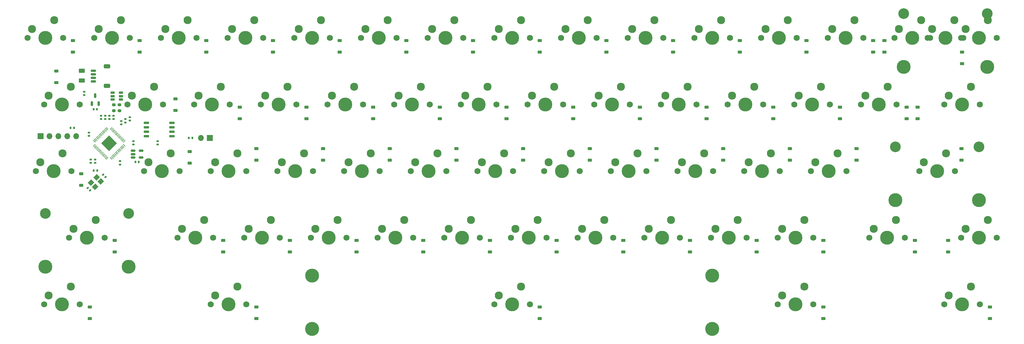
<source format=gbs>
%TF.GenerationSoftware,KiCad,Pcbnew,(7.0.0-0)*%
%TF.CreationDate,2023-03-18T23:54:28-07:00*%
%TF.ProjectId,popstar,706f7073-7461-4722-9e6b-696361645f70,rev?*%
%TF.SameCoordinates,Original*%
%TF.FileFunction,Soldermask,Bot*%
%TF.FilePolarity,Negative*%
%FSLAX46Y46*%
G04 Gerber Fmt 4.6, Leading zero omitted, Abs format (unit mm)*
G04 Created by KiCad (PCBNEW (7.0.0-0)) date 2023-03-18 23:54:28*
%MOMM*%
%LPD*%
G01*
G04 APERTURE LIST*
G04 Aperture macros list*
%AMRoundRect*
0 Rectangle with rounded corners*
0 $1 Rounding radius*
0 $2 $3 $4 $5 $6 $7 $8 $9 X,Y pos of 4 corners*
0 Add a 4 corners polygon primitive as box body*
4,1,4,$2,$3,$4,$5,$6,$7,$8,$9,$2,$3,0*
0 Add four circle primitives for the rounded corners*
1,1,$1+$1,$2,$3*
1,1,$1+$1,$4,$5*
1,1,$1+$1,$6,$7*
1,1,$1+$1,$8,$9*
0 Add four rect primitives between the rounded corners*
20,1,$1+$1,$2,$3,$4,$5,0*
20,1,$1+$1,$4,$5,$6,$7,0*
20,1,$1+$1,$6,$7,$8,$9,0*
20,1,$1+$1,$8,$9,$2,$3,0*%
%AMRotRect*
0 Rectangle, with rotation*
0 The origin of the aperture is its center*
0 $1 length*
0 $2 width*
0 $3 Rotation angle, in degrees counterclockwise*
0 Add horizontal line*
21,1,$1,$2,0,0,$3*%
G04 Aperture macros list end*
%ADD10C,3.987800*%
%ADD11C,3.048000*%
%ADD12C,1.750000*%
%ADD13C,2.300000*%
%ADD14C,4.000000*%
%ADD15RoundRect,0.140000X0.170000X-0.140000X0.170000X0.140000X-0.170000X0.140000X-0.170000X-0.140000X0*%
%ADD16RoundRect,0.140000X0.219203X0.021213X0.021213X0.219203X-0.219203X-0.021213X-0.021213X-0.219203X0*%
%ADD17R,1.700000X1.700000*%
%ADD18O,1.700000X1.700000*%
%ADD19RoundRect,0.225000X0.375000X-0.225000X0.375000X0.225000X-0.375000X0.225000X-0.375000X-0.225000X0*%
%ADD20RoundRect,0.150000X-0.650000X-0.150000X0.650000X-0.150000X0.650000X0.150000X-0.650000X0.150000X0*%
%ADD21RoundRect,0.200000X-0.275000X0.200000X-0.275000X-0.200000X0.275000X-0.200000X0.275000X0.200000X0*%
%ADD22RoundRect,0.140000X-0.170000X0.140000X-0.170000X-0.140000X0.170000X-0.140000X0.170000X0.140000X0*%
%ADD23RoundRect,0.050000X0.309359X-0.238649X-0.238649X0.309359X-0.309359X0.238649X0.238649X-0.309359X0*%
%ADD24RoundRect,0.050000X0.309359X0.238649X0.238649X0.309359X-0.309359X-0.238649X-0.238649X-0.309359X0*%
%ADD25RoundRect,0.144000X2.059095X0.000000X0.000000X2.059095X-2.059095X0.000000X0.000000X-2.059095X0*%
%ADD26RoundRect,0.150000X0.150000X-0.512500X0.150000X0.512500X-0.150000X0.512500X-0.150000X-0.512500X0*%
%ADD27RoundRect,0.250000X-0.625000X0.375000X-0.625000X-0.375000X0.625000X-0.375000X0.625000X0.375000X0*%
%ADD28RoundRect,0.135000X-0.135000X-0.185000X0.135000X-0.185000X0.135000X0.185000X-0.135000X0.185000X0*%
%ADD29RoundRect,0.150000X-0.625000X0.150000X-0.625000X-0.150000X0.625000X-0.150000X0.625000X0.150000X0*%
%ADD30RoundRect,0.250000X-0.650000X0.350000X-0.650000X-0.350000X0.650000X-0.350000X0.650000X0.350000X0*%
%ADD31RoundRect,0.140000X-0.140000X-0.170000X0.140000X-0.170000X0.140000X0.170000X-0.140000X0.170000X0*%
%ADD32RotRect,1.400000X1.200000X45.000000*%
%ADD33RoundRect,0.140000X0.140000X0.170000X-0.140000X0.170000X-0.140000X-0.170000X0.140000X-0.170000X0*%
%ADD34RoundRect,0.140000X-0.219203X-0.021213X-0.021213X-0.219203X0.219203X0.021213X0.021213X0.219203X0*%
%ADD35RoundRect,0.135000X0.135000X0.185000X-0.135000X0.185000X-0.135000X-0.185000X0.135000X-0.185000X0*%
%ADD36RoundRect,0.150000X0.475000X0.150000X-0.475000X0.150000X-0.475000X-0.150000X0.475000X-0.150000X0*%
%ADD37RoundRect,0.150000X-0.512500X-0.150000X0.512500X-0.150000X0.512500X0.150000X-0.512500X0.150000X0*%
G04 APERTURE END LIST*
D10*
%TO.C,S2*%
X307975000Y-87630000D03*
X284162500Y-87630000D03*
D11*
X284162500Y-72390000D03*
X307975000Y-72390000D03*
%TD*%
%TO.C,S1*%
X310356250Y-34290000D03*
X286543750Y-34290000D03*
D10*
X310356250Y-49530000D03*
X286543750Y-49530000D03*
%TD*%
D12*
%TO.C,SW15*%
X293370000Y-41275000D03*
D10*
X298450000Y-41275000D03*
D12*
X303530000Y-41275000D03*
D13*
X294640000Y-38735000D03*
X300990000Y-36195000D03*
%TD*%
D12*
%TO.C,SW22*%
X140970000Y-60325000D03*
D10*
X146050000Y-60325000D03*
D12*
X151130000Y-60325000D03*
D13*
X142240000Y-57785000D03*
X148590000Y-55245000D03*
%TD*%
D12*
%TO.C,SW55*%
X302895000Y-98425000D03*
D10*
X307975000Y-98425000D03*
D12*
X313055000Y-98425000D03*
D13*
X304165000Y-95885000D03*
X310515000Y-93345000D03*
%TD*%
D12*
%TO.C,SW29*%
X274320000Y-60325000D03*
D10*
X279400000Y-60325000D03*
D12*
X284480000Y-60325000D03*
D13*
X275590000Y-57785000D03*
X281940000Y-55245000D03*
%TD*%
D12*
%TO.C,SW33*%
X107632500Y-79375000D03*
D10*
X112712500Y-79375000D03*
D12*
X117792500Y-79375000D03*
D13*
X108902500Y-76835000D03*
X115252500Y-74295000D03*
%TD*%
D12*
%TO.C,SW25*%
X198120000Y-60325000D03*
D10*
X203200000Y-60325000D03*
D12*
X208280000Y-60325000D03*
D13*
X199390000Y-57785000D03*
X205740000Y-55245000D03*
%TD*%
D12*
%TO.C,SW53*%
X250507500Y-98425000D03*
D10*
X255587500Y-98425000D03*
D12*
X260667500Y-98425000D03*
D13*
X251777500Y-95885000D03*
X258127500Y-93345000D03*
%TD*%
D12*
%TO.C,SW17*%
X40957500Y-60325000D03*
D10*
X46037500Y-60325000D03*
D12*
X51117500Y-60325000D03*
D13*
X42227500Y-57785000D03*
X48577500Y-55245000D03*
%TD*%
D12*
%TO.C,SW41*%
X260032500Y-79375000D03*
D10*
X265112500Y-79375000D03*
D12*
X270192500Y-79375000D03*
D13*
X261302500Y-76835000D03*
X267652500Y-74295000D03*
%TD*%
D12*
%TO.C,SW36*%
X164782500Y-79375000D03*
D10*
X169862500Y-79375000D03*
D12*
X174942500Y-79375000D03*
D13*
X166052500Y-76835000D03*
X172402500Y-74295000D03*
%TD*%
D12*
%TO.C,SW47*%
X136207500Y-98425000D03*
D10*
X141287500Y-98425000D03*
D12*
X146367500Y-98425000D03*
D13*
X137477500Y-95885000D03*
X143827500Y-93345000D03*
%TD*%
D12*
%TO.C,SW11*%
X207645000Y-41275000D03*
D10*
X212725000Y-41275000D03*
D12*
X217805000Y-41275000D03*
D13*
X208915000Y-38735000D03*
X215265000Y-36195000D03*
%TD*%
D12*
%TO.C,SW45*%
X98107500Y-98425000D03*
D10*
X103187500Y-98425000D03*
D12*
X108267500Y-98425000D03*
D13*
X99377500Y-95885000D03*
X105727500Y-93345000D03*
%TD*%
D12*
%TO.C,SW57*%
X88582500Y-117475000D03*
D10*
X93662500Y-117475000D03*
D12*
X98742500Y-117475000D03*
D13*
X89852500Y-114935000D03*
X96202500Y-112395000D03*
%TD*%
D12*
%TO.C,SW56*%
X40957500Y-117475000D03*
D10*
X46037500Y-117475000D03*
D12*
X51117500Y-117475000D03*
D13*
X42227500Y-114935000D03*
X48577500Y-112395000D03*
%TD*%
D12*
%TO.C,SW24*%
X179070000Y-60325000D03*
D10*
X184150000Y-60325000D03*
D12*
X189230000Y-60325000D03*
D13*
X180340000Y-57785000D03*
X186690000Y-55245000D03*
%TD*%
D12*
%TO.C,SW59*%
X250507500Y-117475000D03*
D10*
X255587500Y-117475000D03*
D12*
X260667500Y-117475000D03*
D13*
X251777500Y-114935000D03*
X258127500Y-112395000D03*
%TD*%
D12*
%TO.C,SW7*%
X131445000Y-41275000D03*
D10*
X136525000Y-41275000D03*
D12*
X141605000Y-41275000D03*
D13*
X132715000Y-38735000D03*
X139065000Y-36195000D03*
%TD*%
D12*
%TO.C,SW20*%
X102870000Y-60325000D03*
D10*
X107950000Y-60325000D03*
D12*
X113030000Y-60325000D03*
D13*
X104140000Y-57785000D03*
X110490000Y-55245000D03*
%TD*%
D12*
%TO.C,SW2*%
X36195000Y-41275000D03*
D10*
X41275000Y-41275000D03*
D12*
X46355000Y-41275000D03*
D13*
X37465000Y-38735000D03*
X43815000Y-36195000D03*
%TD*%
D12*
%TO.C,SW31*%
X69532500Y-79375000D03*
D10*
X74612500Y-79375000D03*
D12*
X79692500Y-79375000D03*
D13*
X70802500Y-76835000D03*
X77152500Y-74295000D03*
%TD*%
D12*
%TO.C,SW27*%
X236220000Y-60325000D03*
D10*
X241300000Y-60325000D03*
D12*
X246380000Y-60325000D03*
D13*
X237490000Y-57785000D03*
X243840000Y-55245000D03*
%TD*%
D12*
%TO.C,SW32*%
X88582500Y-79375000D03*
D10*
X93662500Y-79375000D03*
D12*
X98742500Y-79375000D03*
D13*
X89852500Y-76835000D03*
X96202500Y-74295000D03*
%TD*%
D12*
%TO.C,SW34*%
X126682500Y-79375000D03*
D10*
X131762500Y-79375000D03*
D12*
X136842500Y-79375000D03*
D13*
X127952500Y-76835000D03*
X134302500Y-74295000D03*
%TD*%
D12*
%TO.C,SW37*%
X183832500Y-79375000D03*
D10*
X188912500Y-79375000D03*
D12*
X193992500Y-79375000D03*
D13*
X185102500Y-76835000D03*
X191452500Y-74295000D03*
%TD*%
D12*
%TO.C,SW10*%
X188595000Y-41275000D03*
D10*
X193675000Y-41275000D03*
D12*
X198755000Y-41275000D03*
D13*
X189865000Y-38735000D03*
X196215000Y-36195000D03*
%TD*%
D12*
%TO.C,SW21*%
X121920000Y-60325000D03*
D10*
X127000000Y-60325000D03*
D12*
X132080000Y-60325000D03*
D13*
X123190000Y-57785000D03*
X129540000Y-55245000D03*
%TD*%
D12*
%TO.C,SW3*%
X55245000Y-41275000D03*
D10*
X60325000Y-41275000D03*
D12*
X65405000Y-41275000D03*
D13*
X56515000Y-38735000D03*
X62865000Y-36195000D03*
%TD*%
D12*
%TO.C,SW38*%
X202882500Y-79375000D03*
D10*
X207962500Y-79375000D03*
D12*
X213042500Y-79375000D03*
D13*
X204152500Y-76835000D03*
X210502500Y-74295000D03*
%TD*%
D12*
%TO.C,SW50*%
X193357500Y-98425000D03*
D10*
X198437500Y-98425000D03*
D12*
X203517500Y-98425000D03*
D13*
X194627500Y-95885000D03*
X200977500Y-93345000D03*
%TD*%
D12*
%TO.C,SW52*%
X231457500Y-98425000D03*
D10*
X236537500Y-98425000D03*
D12*
X241617500Y-98425000D03*
D13*
X232727500Y-95885000D03*
X239077500Y-93345000D03*
%TD*%
D12*
%TO.C,SW13*%
X245745000Y-41275000D03*
D10*
X250825000Y-41275000D03*
D12*
X255905000Y-41275000D03*
D13*
X247015000Y-38735000D03*
X253365000Y-36195000D03*
%TD*%
D12*
%TO.C,SW35*%
X145732500Y-79375000D03*
D10*
X150812500Y-79375000D03*
D12*
X155892500Y-79375000D03*
D13*
X147002500Y-76835000D03*
X153352500Y-74295000D03*
%TD*%
D14*
%TO.C,S3*%
X231775000Y-124460000D03*
D10*
X231775000Y-109220000D03*
D14*
X117475000Y-124460000D03*
D10*
X117475000Y-109220000D03*
%TD*%
D12*
%TO.C,SW39*%
X221932500Y-79375000D03*
D10*
X227012500Y-79375000D03*
D12*
X232092500Y-79375000D03*
D13*
X223202500Y-76835000D03*
X229552500Y-74295000D03*
%TD*%
D12*
%TO.C,SW23*%
X160020000Y-60325000D03*
D10*
X165100000Y-60325000D03*
D12*
X170180000Y-60325000D03*
D13*
X161290000Y-57785000D03*
X167640000Y-55245000D03*
%TD*%
D12*
%TO.C,SW51*%
X212407500Y-98425000D03*
D10*
X217487500Y-98425000D03*
D12*
X222567500Y-98425000D03*
D13*
X213677500Y-95885000D03*
X220027500Y-93345000D03*
%TD*%
D12*
%TO.C,SW43*%
X48101250Y-98425000D03*
D10*
X53181250Y-98425000D03*
D12*
X58261250Y-98425000D03*
D13*
X49371250Y-95885000D03*
X55721250Y-93345000D03*
%TD*%
D12*
%TO.C,SW61*%
X302895000Y-41275000D03*
D10*
X307975000Y-41275000D03*
D12*
X313055000Y-41275000D03*
D13*
X304165000Y-38735000D03*
X310515000Y-36195000D03*
%TD*%
D12*
%TO.C,SW44*%
X79057500Y-98425000D03*
D10*
X84137500Y-98425000D03*
D12*
X89217500Y-98425000D03*
D13*
X80327500Y-95885000D03*
X86677500Y-93345000D03*
%TD*%
D12*
%TO.C,SW58*%
X169545000Y-117475000D03*
D10*
X174625000Y-117475000D03*
D12*
X179705000Y-117475000D03*
D13*
X170815000Y-114935000D03*
X177165000Y-112395000D03*
%TD*%
D12*
%TO.C,SW18*%
X64770000Y-60325000D03*
D10*
X69850000Y-60325000D03*
D12*
X74930000Y-60325000D03*
D13*
X66040000Y-57785000D03*
X72390000Y-55245000D03*
%TD*%
D12*
%TO.C,SW5*%
X93345000Y-41275000D03*
D10*
X98425000Y-41275000D03*
D12*
X103505000Y-41275000D03*
D13*
X94615000Y-38735000D03*
X100965000Y-36195000D03*
%TD*%
D12*
%TO.C,SW6*%
X112395000Y-41275000D03*
D10*
X117475000Y-41275000D03*
D12*
X122555000Y-41275000D03*
D13*
X113665000Y-38735000D03*
X120015000Y-36195000D03*
%TD*%
D12*
%TO.C,SW28*%
X255270000Y-60325000D03*
D10*
X260350000Y-60325000D03*
D12*
X265430000Y-60325000D03*
D13*
X256540000Y-57785000D03*
X262890000Y-55245000D03*
%TD*%
D12*
%TO.C,SW48*%
X155257500Y-98425000D03*
D10*
X160337500Y-98425000D03*
D12*
X165417500Y-98425000D03*
D13*
X156527500Y-95885000D03*
X162877500Y-93345000D03*
%TD*%
D12*
%TO.C,SW60*%
X298132500Y-117475000D03*
D10*
X303212500Y-117475000D03*
D12*
X308292500Y-117475000D03*
D13*
X299402500Y-114935000D03*
X305752500Y-112395000D03*
%TD*%
D12*
%TO.C,SW49*%
X174307500Y-98425000D03*
D10*
X179387500Y-98425000D03*
D12*
X184467500Y-98425000D03*
D13*
X175577500Y-95885000D03*
X181927500Y-93345000D03*
%TD*%
D12*
%TO.C,SW30*%
X38576250Y-79375000D03*
D10*
X43656250Y-79375000D03*
D12*
X48736250Y-79375000D03*
D13*
X39846250Y-76835000D03*
X46196250Y-74295000D03*
%TD*%
D12*
%TO.C,SW26*%
X217170000Y-60325000D03*
D10*
X222250000Y-60325000D03*
D12*
X227330000Y-60325000D03*
D13*
X218440000Y-57785000D03*
X224790000Y-55245000D03*
%TD*%
D12*
%TO.C,SW62*%
X298132500Y-60325000D03*
D10*
X303212500Y-60325000D03*
D12*
X308292500Y-60325000D03*
D13*
X299402500Y-57785000D03*
X305752500Y-55245000D03*
%TD*%
D12*
%TO.C,SW16*%
X283845000Y-41275000D03*
D10*
X288925000Y-41275000D03*
D12*
X294005000Y-41275000D03*
D13*
X285115000Y-38735000D03*
X291465000Y-36195000D03*
%TD*%
D12*
%TO.C,SW14*%
X264795000Y-41275000D03*
D10*
X269875000Y-41275000D03*
D12*
X274955000Y-41275000D03*
D13*
X266065000Y-38735000D03*
X272415000Y-36195000D03*
%TD*%
D12*
%TO.C,SW46*%
X117157500Y-98425000D03*
D10*
X122237500Y-98425000D03*
D12*
X127317500Y-98425000D03*
D13*
X118427500Y-95885000D03*
X124777500Y-93345000D03*
%TD*%
D12*
%TO.C,SW40*%
X240982500Y-79375000D03*
D10*
X246062500Y-79375000D03*
D12*
X251142500Y-79375000D03*
D13*
X242252500Y-76835000D03*
X248602500Y-74295000D03*
%TD*%
D11*
%TO.C,S4*%
X41275000Y-91440000D03*
D10*
X41275000Y-106680000D03*
D11*
X65087500Y-91440000D03*
D10*
X65087500Y-106680000D03*
%TD*%
D12*
%TO.C,SW12*%
X226695000Y-41275000D03*
D10*
X231775000Y-41275000D03*
D12*
X236855000Y-41275000D03*
D13*
X227965000Y-38735000D03*
X234315000Y-36195000D03*
%TD*%
D12*
%TO.C,SW9*%
X169545000Y-41275000D03*
D10*
X174625000Y-41275000D03*
D12*
X179705000Y-41275000D03*
D13*
X170815000Y-38735000D03*
X177165000Y-36195000D03*
%TD*%
D12*
%TO.C,SW19*%
X83820000Y-60325000D03*
D10*
X88900000Y-60325000D03*
D12*
X93980000Y-60325000D03*
D13*
X85090000Y-57785000D03*
X91440000Y-55245000D03*
%TD*%
D12*
%TO.C,SW42*%
X290988750Y-79375000D03*
D10*
X296068750Y-79375000D03*
D12*
X301148750Y-79375000D03*
D13*
X292258750Y-76835000D03*
X298608750Y-74295000D03*
%TD*%
D12*
%TO.C,SW4*%
X74295000Y-41275000D03*
D10*
X79375000Y-41275000D03*
D12*
X84455000Y-41275000D03*
D13*
X75565000Y-38735000D03*
X81915000Y-36195000D03*
%TD*%
D12*
%TO.C,SW8*%
X150495000Y-41275000D03*
D10*
X155575000Y-41275000D03*
D12*
X160655000Y-41275000D03*
D13*
X151765000Y-38735000D03*
X158115000Y-36195000D03*
%TD*%
D12*
%TO.C,SW54*%
X276701250Y-98425000D03*
D10*
X281781250Y-98425000D03*
D12*
X286861250Y-98425000D03*
D13*
X277971250Y-95885000D03*
X284321250Y-93345000D03*
%TD*%
D15*
%TO.C,C4*%
X57200000Y-64480000D03*
X57200000Y-63520000D03*
%TD*%
D16*
%TO.C,C14*%
X54057411Y-84871411D03*
X53378589Y-84192589D03*
%TD*%
D17*
%TO.C,J2*%
X39919999Y-69341999D03*
D18*
X42459999Y-69341999D03*
X44999999Y-69341999D03*
X47539999Y-69341999D03*
X50079999Y-69341999D03*
%TD*%
D19*
%TO.C,D60*%
X206375000Y-102456250D03*
X206375000Y-99156250D03*
%TD*%
%TO.C,D53*%
X61118750Y-102456250D03*
X61118750Y-99156250D03*
%TD*%
D20*
%TO.C,U4*%
X70218750Y-69373750D03*
X70218750Y-68103750D03*
X70218750Y-66833750D03*
X70218750Y-65563750D03*
X77418750Y-65563750D03*
X77418750Y-66833750D03*
X77418750Y-68103750D03*
X77418750Y-69373750D03*
%TD*%
D19*
%TO.C,D28*%
X78500000Y-61975000D03*
X78500000Y-58675000D03*
%TD*%
%TO.C,D34*%
X192087500Y-64356250D03*
X192087500Y-61056250D03*
%TD*%
%TO.C,D19*%
X163512500Y-45306250D03*
X163512500Y-42006250D03*
%TD*%
%TO.C,D26*%
X280987500Y-45306250D03*
X280987500Y-42006250D03*
%TD*%
%TO.C,D18*%
X144462500Y-45306250D03*
X144462500Y-42006250D03*
%TD*%
D21*
%TO.C,R2*%
X62484000Y-60425000D03*
X62484000Y-62075000D03*
%TD*%
D19*
%TO.C,D22*%
X220662500Y-45306250D03*
X220662500Y-42006250D03*
%TD*%
%TO.C,D72*%
X290512500Y-64356250D03*
X290512500Y-61056250D03*
%TD*%
%TO.C,D51*%
X273050000Y-76262500D03*
X273050000Y-72962500D03*
%TD*%
%TO.C,D31*%
X134937500Y-64356250D03*
X134937500Y-61056250D03*
%TD*%
%TO.C,D27*%
X44450000Y-54037500D03*
X44450000Y-50737500D03*
%TD*%
%TO.C,D54*%
X92075000Y-102456250D03*
X92075000Y-99156250D03*
%TD*%
D22*
%TO.C,C5*%
X66421000Y-70767000D03*
X66421000Y-71727000D03*
%TD*%
D19*
%TO.C,D67*%
X101600000Y-121506250D03*
X101600000Y-118206250D03*
%TD*%
%TO.C,D40*%
X51593750Y-83406250D03*
X51593750Y-80106250D03*
%TD*%
%TO.C,D46*%
X177800000Y-76262500D03*
X177800000Y-72962500D03*
%TD*%
%TO.C,D42*%
X101600000Y-76262500D03*
X101600000Y-72962500D03*
%TD*%
%TO.C,D17*%
X125412500Y-45306250D03*
X125412500Y-42006250D03*
%TD*%
%TO.C,D41*%
X82550000Y-77056250D03*
X82550000Y-73756250D03*
%TD*%
%TO.C,D69*%
X263525000Y-121506250D03*
X263525000Y-118206250D03*
%TD*%
D23*
%TO.C,U6*%
X63800407Y-72029702D03*
X63517564Y-72312545D03*
X63234722Y-72595387D03*
X62951879Y-72878230D03*
X62669036Y-73161073D03*
X62386194Y-73443915D03*
X62103351Y-73726758D03*
X61820508Y-74009601D03*
X61537665Y-74292444D03*
X61254823Y-74575286D03*
X60971980Y-74858129D03*
X60689137Y-75140972D03*
X60406295Y-75423814D03*
X60123452Y-75706657D03*
D24*
X58939048Y-75706657D03*
X58656205Y-75423814D03*
X58373363Y-75140972D03*
X58090520Y-74858129D03*
X57807677Y-74575286D03*
X57524835Y-74292444D03*
X57241992Y-74009601D03*
X56959149Y-73726758D03*
X56676306Y-73443915D03*
X56393464Y-73161073D03*
X56110621Y-72878230D03*
X55827778Y-72595387D03*
X55544936Y-72312545D03*
X55262093Y-72029702D03*
D23*
X55262093Y-70845298D03*
X55544936Y-70562455D03*
X55827778Y-70279613D03*
X56110621Y-69996770D03*
X56393464Y-69713927D03*
X56676306Y-69431085D03*
X56959149Y-69148242D03*
X57241992Y-68865399D03*
X57524835Y-68582556D03*
X57807677Y-68299714D03*
X58090520Y-68016871D03*
X58373363Y-67734028D03*
X58656205Y-67451186D03*
X58939048Y-67168343D03*
D24*
X60123452Y-67168343D03*
X60406295Y-67451186D03*
X60689137Y-67734028D03*
X60971980Y-68016871D03*
X61254823Y-68299714D03*
X61537665Y-68582556D03*
X61820508Y-68865399D03*
X62103351Y-69148242D03*
X62386194Y-69431085D03*
X62669036Y-69713927D03*
X62951879Y-69996770D03*
X63234722Y-70279613D03*
X63517564Y-70562455D03*
X63800407Y-70845298D03*
D25*
X59531250Y-71437500D03*
%TD*%
D19*
%TO.C,D37*%
X249237500Y-64356250D03*
X249237500Y-61056250D03*
%TD*%
%TO.C,D15*%
X87312500Y-45306250D03*
X87312500Y-42006250D03*
%TD*%
D15*
%TO.C,C10*%
X59600000Y-64480000D03*
X59600000Y-63520000D03*
%TD*%
D19*
%TO.C,D35*%
X211137500Y-64356250D03*
X211137500Y-61056250D03*
%TD*%
D26*
%TO.C,U2*%
X56512500Y-60065500D03*
X54612500Y-60065500D03*
X55562500Y-57790500D03*
%TD*%
D19*
%TO.C,D44*%
X139700000Y-76262500D03*
X139700000Y-72962500D03*
%TD*%
D15*
%TO.C,C11*%
X62992000Y-66012000D03*
X62992000Y-65052000D03*
%TD*%
D19*
%TO.C,D56*%
X130175000Y-102456250D03*
X130175000Y-99156250D03*
%TD*%
%TO.C,D30*%
X115887500Y-64356250D03*
X115887500Y-61056250D03*
%TD*%
%TO.C,D49*%
X234950000Y-76262500D03*
X234950000Y-72962500D03*
%TD*%
%TO.C,D43*%
X120650000Y-76262500D03*
X120650000Y-72962500D03*
%TD*%
%TO.C,D58*%
X168275000Y-102456250D03*
X168275000Y-99156250D03*
%TD*%
D15*
%TO.C,C6*%
X58400000Y-64480000D03*
X58400000Y-63520000D03*
%TD*%
D27*
%TO.C,F1*%
X51689000Y-50670000D03*
X51689000Y-53470000D03*
%TD*%
D19*
%TO.C,D63*%
X263525000Y-102456250D03*
X263525000Y-99156250D03*
%TD*%
%TO.C,D16*%
X106362500Y-45306250D03*
X106362500Y-42006250D03*
%TD*%
%TO.C,D29*%
X96837500Y-64356250D03*
X96837500Y-61056250D03*
%TD*%
D15*
%TO.C,C2*%
X60770000Y-64480000D03*
X60770000Y-63520000D03*
%TD*%
D28*
%TO.C,R4*%
X55113000Y-79198000D03*
X56133000Y-79198000D03*
%TD*%
D19*
%TO.C,D38*%
X268287500Y-64356250D03*
X268287500Y-61056250D03*
%TD*%
D29*
%TO.C,J1*%
X55023000Y-50697000D03*
X55023000Y-51697000D03*
X55023000Y-52697000D03*
X55023000Y-53697000D03*
D30*
X58898000Y-49397000D03*
X58898000Y-54997000D03*
%TD*%
D19*
%TO.C,D55*%
X111125000Y-102456250D03*
X111125000Y-99156250D03*
%TD*%
%TO.C,D68*%
X182562500Y-121506250D03*
X182562500Y-118206250D03*
%TD*%
%TO.C,D62*%
X244475000Y-102456250D03*
X244475000Y-99156250D03*
%TD*%
D22*
%TO.C,C3*%
X54229000Y-76033750D03*
X54229000Y-76993750D03*
%TD*%
D19*
%TO.C,D47*%
X196850000Y-76262500D03*
X196850000Y-72962500D03*
%TD*%
%TO.C,D21*%
X201612500Y-45306250D03*
X201612500Y-42006250D03*
%TD*%
D22*
%TO.C,C12*%
X62611000Y-76520000D03*
X62611000Y-77480000D03*
%TD*%
D15*
%TO.C,C1*%
X65405000Y-64869000D03*
X65405000Y-63909000D03*
%TD*%
D31*
%TO.C,C16*%
X55082500Y-61690250D03*
X56042500Y-61690250D03*
%TD*%
D19*
%TO.C,D39*%
X287337500Y-64356250D03*
X287337500Y-61056250D03*
%TD*%
%TO.C,D45*%
X158750000Y-76262500D03*
X158750000Y-72962500D03*
%TD*%
%TO.C,D70*%
X311150000Y-121506250D03*
X311150000Y-118206250D03*
%TD*%
D15*
%TO.C,C8*%
X53721000Y-69314000D03*
X53721000Y-68354000D03*
%TD*%
D19*
%TO.C,D61*%
X225425000Y-102456250D03*
X225425000Y-99156250D03*
%TD*%
%TO.C,D32*%
X153987500Y-64356250D03*
X153987500Y-61056250D03*
%TD*%
D22*
%TO.C,C15*%
X52387500Y-56670000D03*
X52387500Y-57630000D03*
%TD*%
D19*
%TO.C,D13*%
X49212500Y-45306250D03*
X49212500Y-42006250D03*
%TD*%
%TO.C,D64*%
X289718750Y-102456250D03*
X289718750Y-99156250D03*
%TD*%
D32*
%TO.C,Y1*%
X54371141Y-82676776D03*
X55926776Y-81121141D03*
X57128857Y-82323222D03*
X55573222Y-83878857D03*
%TD*%
D33*
%TO.C,C18*%
X67980000Y-76750000D03*
X67020000Y-76750000D03*
%TD*%
D34*
%TO.C,C13*%
X57823589Y-80382589D03*
X58502411Y-81061411D03*
%TD*%
D19*
%TO.C,D57*%
X149225000Y-102456250D03*
X149225000Y-99156250D03*
%TD*%
%TO.C,D36*%
X230187500Y-64356250D03*
X230187500Y-61056250D03*
%TD*%
D17*
%TO.C,SW1*%
X88336249Y-69874999D03*
D18*
X85796249Y-69874999D03*
%TD*%
D19*
%TO.C,D33*%
X173037500Y-64356250D03*
X173037500Y-61056250D03*
%TD*%
%TO.C,D14*%
X68262500Y-45306250D03*
X68262500Y-42006250D03*
%TD*%
%TO.C,D50*%
X254000000Y-76262500D03*
X254000000Y-72962500D03*
%TD*%
%TO.C,D59*%
X187325000Y-102456250D03*
X187325000Y-99156250D03*
%TD*%
%TO.C,D65*%
X299243750Y-102456250D03*
X299243750Y-99156250D03*
%TD*%
D22*
%TO.C,C9*%
X55499000Y-76033750D03*
X55499000Y-76993750D03*
%TD*%
D19*
%TO.C,D52*%
X303000000Y-76262500D03*
X303000000Y-72962500D03*
%TD*%
%TO.C,D24*%
X258762500Y-45306250D03*
X258762500Y-42006250D03*
%TD*%
%TO.C,D71*%
X303212500Y-48650000D03*
X303212500Y-45350000D03*
%TD*%
D35*
%TO.C,R1*%
X49510000Y-66960750D03*
X48490000Y-66960750D03*
%TD*%
D19*
%TO.C,D25*%
X277812500Y-45306250D03*
X277812500Y-42006250D03*
%TD*%
D35*
%TO.C,R5*%
X83343750Y-69850000D03*
X82323750Y-69850000D03*
%TD*%
D36*
%TO.C,U3*%
X62897000Y-56962000D03*
X62897000Y-57912000D03*
X62897000Y-58862000D03*
X60547000Y-58862000D03*
X60547000Y-57912000D03*
X60547000Y-56962000D03*
%TD*%
D22*
%TO.C,C17*%
X73406000Y-70767000D03*
X73406000Y-71727000D03*
%TD*%
D21*
%TO.C,R3*%
X60860000Y-60425000D03*
X60860000Y-62075000D03*
%TD*%
D19*
%TO.C,D66*%
X53975000Y-121506250D03*
X53975000Y-118206250D03*
%TD*%
%TO.C,D23*%
X239712500Y-45306250D03*
X239712500Y-42006250D03*
%TD*%
%TO.C,D20*%
X182562500Y-45306250D03*
X182562500Y-42006250D03*
%TD*%
D15*
%TO.C,C7*%
X64135000Y-65440500D03*
X64135000Y-64480500D03*
%TD*%
D19*
%TO.C,D48*%
X215900000Y-76262500D03*
X215900000Y-72962500D03*
%TD*%
D37*
%TO.C,U5*%
X66362500Y-75450000D03*
X66362500Y-74500000D03*
X66362500Y-73550000D03*
X68637500Y-73550000D03*
X68637500Y-75450000D03*
%TD*%
M02*

</source>
